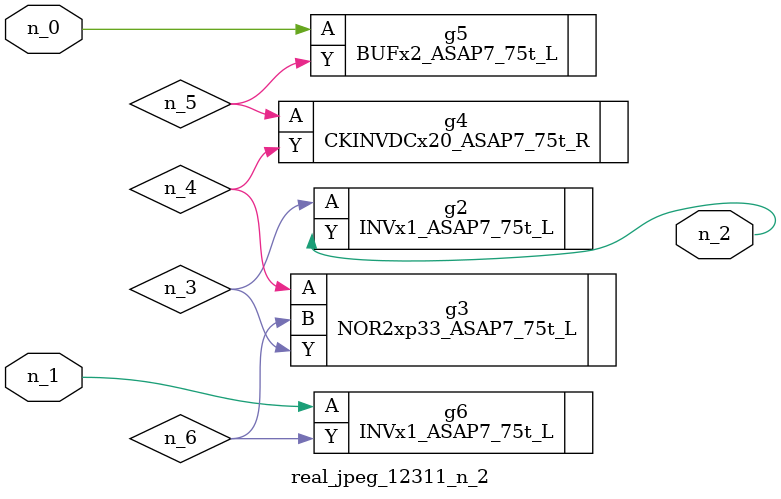
<source format=v>
module real_jpeg_12311_n_2 (n_1, n_0, n_2);

input n_1;
input n_0;

output n_2;

wire n_5;
wire n_4;
wire n_6;
wire n_3;

BUFx2_ASAP7_75t_L g5 ( 
.A(n_0),
.Y(n_5)
);

INVx1_ASAP7_75t_L g6 ( 
.A(n_1),
.Y(n_6)
);

INVx1_ASAP7_75t_L g2 ( 
.A(n_3),
.Y(n_2)
);

NOR2xp33_ASAP7_75t_L g3 ( 
.A(n_4),
.B(n_6),
.Y(n_3)
);

CKINVDCx20_ASAP7_75t_R g4 ( 
.A(n_5),
.Y(n_4)
);


endmodule
</source>
